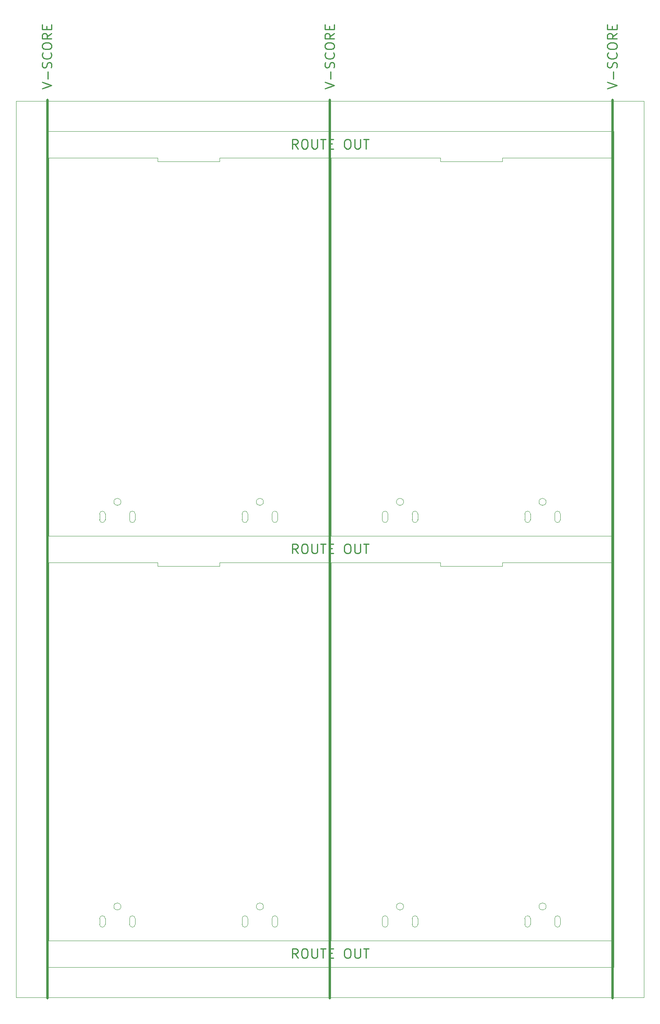
<source format=gko>
%TF.GenerationSoftware,KiCad,Pcbnew,8.0.5*%
%TF.CreationDate,2024-11-04T11:07:50-07:00*%
%TF.ProjectId,SparkFun_IoT_Node_LoRaWAN_panelized,53706172-6b46-4756-9e5f-496f545f4e6f,v10*%
%TF.SameCoordinates,Original*%
%TF.FileFunction,Soldermask,Bot*%
%TF.FilePolarity,Negative*%
%FSLAX46Y46*%
G04 Gerber Fmt 4.6, Leading zero omitted, Abs format (unit mm)*
G04 Created by KiCad (PCBNEW 8.0.5) date 2024-11-04 11:07:50*
%MOMM*%
%LPD*%
G01*
G04 APERTURE LIST*
%TA.AperFunction,Profile*%
%ADD10C,0.100000*%
%TD*%
%TA.AperFunction,Profile*%
%ADD11C,0.050000*%
%TD*%
%ADD12C,0.500000*%
%ADD13C,0.250000*%
G04 APERTURE END LIST*
D10*
X95850000Y136760000D02*
X95850000Y-51680000D01*
X-6500000Y39000000D02*
X6500000Y39000000D01*
X53000000Y39750000D02*
X53000000Y39000000D01*
X-29500000Y-39750000D02*
X-29500000Y39750000D01*
X29500000Y124830000D02*
X29500000Y45330000D01*
X-29500000Y124830000D02*
X-6500000Y124830000D01*
X6500000Y39000000D02*
X6500000Y39750000D01*
X89000000Y124830000D02*
X89000000Y45330000D01*
X95850000Y-51680000D02*
X-36350000Y-51680000D01*
X-6500000Y39750000D02*
X-6500000Y39000000D01*
X66000000Y124080000D02*
X66000000Y124830000D01*
X-30000000Y130410000D02*
X89500000Y130410000D01*
X53000000Y39000000D02*
X66000000Y39000000D01*
X29500000Y-39750000D02*
X-29500000Y-39750000D01*
X89000000Y45330000D02*
X30000000Y45330000D01*
X-6500000Y124080000D02*
X6500000Y124080000D01*
X29500000Y45330000D02*
X-29500000Y45330000D01*
X6500000Y124080000D02*
X6500000Y124830000D01*
X89500000Y130410000D02*
X89500000Y-45330000D01*
X29500000Y39750000D02*
X29500000Y-39750000D01*
X6500000Y39750000D02*
X29500000Y39750000D01*
X-29500000Y39750000D02*
X-6500000Y39750000D01*
X30000000Y39750000D02*
X53000000Y39750000D01*
X-36350000Y136760000D02*
X95850000Y136760000D01*
X-29500000Y45330000D02*
X-29500000Y124830000D01*
X-30000000Y-45330000D02*
X-30000000Y130410000D01*
X-36350000Y-51680000D02*
X-36350000Y136760000D01*
X30000000Y124830000D02*
X53000000Y124830000D01*
X66000000Y39000000D02*
X66000000Y39750000D01*
X89500000Y-45330000D02*
X-30000000Y-45330000D01*
X30000000Y-39750000D02*
X30000000Y39750000D01*
X89000000Y-39750000D02*
X30000000Y-39750000D01*
X89000000Y39750000D02*
X89000000Y-39750000D01*
X30000000Y45330000D02*
X30000000Y124830000D01*
X66000000Y39750000D02*
X89000000Y39750000D01*
X53000000Y124830000D02*
X53000000Y124080000D01*
X6500000Y124830000D02*
X29500000Y124830000D01*
X53000000Y124080000D02*
X66000000Y124080000D01*
X66000000Y124830000D02*
X89000000Y124830000D01*
X-6500000Y124830000D02*
X-6500000Y124080000D01*
D11*
%TO.C,REF\u002A\u002A*%
X40750000Y-36350000D02*
X40750000Y-35150000D01*
X41950000Y-35150000D02*
X41950000Y-36350000D01*
X47050000Y-36350000D02*
X47050000Y-35150000D01*
X48250000Y-35150000D02*
X48250000Y-36350000D01*
X40750000Y-35150000D02*
G75*
G02*
X41950000Y-35150000I600000J0D01*
G01*
X41950000Y-36350000D02*
G75*
G02*
X40750000Y-36350000I-600000J0D01*
G01*
X47050000Y-35150000D02*
G75*
G02*
X48250000Y-35150000I600000J0D01*
G01*
X48250000Y-36350000D02*
G75*
G02*
X47050000Y-36350000I-600000J0D01*
G01*
X45250000Y-32600000D02*
G75*
G02*
X43750000Y-32600000I-750000J0D01*
G01*
X43750000Y-32600000D02*
G75*
G02*
X45250000Y-32600000I750000J0D01*
G01*
X-18750000Y48730000D02*
X-18750000Y49930000D01*
X-17550000Y49930000D02*
X-17550000Y48730000D01*
X-12450000Y48730000D02*
X-12450000Y49930000D01*
X-11250000Y49930000D02*
X-11250000Y48730000D01*
X-18750000Y49930000D02*
G75*
G02*
X-17550000Y49930000I600000J0D01*
G01*
X-17550000Y48730000D02*
G75*
G02*
X-18750000Y48730000I-600000J0D01*
G01*
X-12450000Y49930000D02*
G75*
G02*
X-11250000Y49930000I600000J0D01*
G01*
X-11250000Y48730000D02*
G75*
G02*
X-12450000Y48730000I-600000J0D01*
G01*
X-14250000Y52480000D02*
G75*
G02*
X-15750000Y52480000I-750000J0D01*
G01*
X-15750000Y52480000D02*
G75*
G02*
X-14250000Y52480000I750000J0D01*
G01*
X40750000Y48730000D02*
X40750000Y49930000D01*
X41950000Y49930000D02*
X41950000Y48730000D01*
X47050000Y48730000D02*
X47050000Y49930000D01*
X48250000Y49930000D02*
X48250000Y48730000D01*
X40750000Y49930000D02*
G75*
G02*
X41950000Y49930000I600000J0D01*
G01*
X41950000Y48730000D02*
G75*
G02*
X40750000Y48730000I-600000J0D01*
G01*
X47050000Y49930000D02*
G75*
G02*
X48250000Y49930000I600000J0D01*
G01*
X48250000Y48730000D02*
G75*
G02*
X47050000Y48730000I-600000J0D01*
G01*
X45250000Y52480000D02*
G75*
G02*
X43750000Y52480000I-750000J0D01*
G01*
X43750000Y52480000D02*
G75*
G02*
X45250000Y52480000I750000J0D01*
G01*
X-18750000Y-36350000D02*
X-18750000Y-35150000D01*
X-17550000Y-35150000D02*
X-17550000Y-36350000D01*
X-12450000Y-36350000D02*
X-12450000Y-35150000D01*
X-11250000Y-35150000D02*
X-11250000Y-36350000D01*
X-18750000Y-35150000D02*
G75*
G02*
X-17550000Y-35150000I600000J0D01*
G01*
X-17550000Y-36350000D02*
G75*
G02*
X-18750000Y-36350000I-600000J0D01*
G01*
X-12450000Y-35150000D02*
G75*
G02*
X-11250000Y-35150000I600000J0D01*
G01*
X-11250000Y-36350000D02*
G75*
G02*
X-12450000Y-36350000I-600000J0D01*
G01*
X-14250000Y-32600000D02*
G75*
G02*
X-15750000Y-32600000I-750000J0D01*
G01*
X-15750000Y-32600000D02*
G75*
G02*
X-14250000Y-32600000I750000J0D01*
G01*
X70750000Y-36350000D02*
X70750000Y-35150000D01*
X71950000Y-35150000D02*
X71950000Y-36350000D01*
X77050000Y-36350000D02*
X77050000Y-35150000D01*
X78250000Y-35150000D02*
X78250000Y-36350000D01*
X70750000Y-35150000D02*
G75*
G02*
X71950000Y-35150000I600000J0D01*
G01*
X71950000Y-36350000D02*
G75*
G02*
X70750000Y-36350000I-600000J0D01*
G01*
X77050000Y-35150000D02*
G75*
G02*
X78250000Y-35150000I600000J0D01*
G01*
X78250000Y-36350000D02*
G75*
G02*
X77050000Y-36350000I-600000J0D01*
G01*
X75250000Y-32600000D02*
G75*
G02*
X73750000Y-32600000I-750000J0D01*
G01*
X73750000Y-32600000D02*
G75*
G02*
X75250000Y-32600000I750000J0D01*
G01*
X11250000Y48730000D02*
X11250000Y49930000D01*
X12450000Y49930000D02*
X12450000Y48730000D01*
X17550000Y48730000D02*
X17550000Y49930000D01*
X18750000Y49930000D02*
X18750000Y48730000D01*
X11250000Y49930000D02*
G75*
G02*
X12450000Y49930000I600000J0D01*
G01*
X12450000Y48730000D02*
G75*
G02*
X11250000Y48730000I-600000J0D01*
G01*
X17550000Y49930000D02*
G75*
G02*
X18750000Y49930000I600000J0D01*
G01*
X18750000Y48730000D02*
G75*
G02*
X17550000Y48730000I-600000J0D01*
G01*
X15750000Y52480000D02*
G75*
G02*
X14250000Y52480000I-750000J0D01*
G01*
X14250000Y52480000D02*
G75*
G02*
X15750000Y52480000I750000J0D01*
G01*
X70750000Y48730000D02*
X70750000Y49930000D01*
X71950000Y49930000D02*
X71950000Y48730000D01*
X77050000Y48730000D02*
X77050000Y49930000D01*
X78250000Y49930000D02*
X78250000Y48730000D01*
X70750000Y49930000D02*
G75*
G02*
X71950000Y49930000I600000J0D01*
G01*
X71950000Y48730000D02*
G75*
G02*
X70750000Y48730000I-600000J0D01*
G01*
X77050000Y49930000D02*
G75*
G02*
X78250000Y49930000I600000J0D01*
G01*
X78250000Y48730000D02*
G75*
G02*
X77050000Y48730000I-600000J0D01*
G01*
X75250000Y52480000D02*
G75*
G02*
X73750000Y52480000I-750000J0D01*
G01*
X73750000Y52480000D02*
G75*
G02*
X75250000Y52480000I750000J0D01*
G01*
X11250000Y-36350000D02*
X11250000Y-35150000D01*
X12450000Y-35150000D02*
X12450000Y-36350000D01*
X17550000Y-36350000D02*
X17550000Y-35150000D01*
X18750000Y-35150000D02*
X18750000Y-36350000D01*
X11250000Y-35150000D02*
G75*
G02*
X12450000Y-35150000I600000J0D01*
G01*
X12450000Y-36350000D02*
G75*
G02*
X11250000Y-36350000I-600000J0D01*
G01*
X17550000Y-35150000D02*
G75*
G02*
X18750000Y-35150000I600000J0D01*
G01*
X18750000Y-36350000D02*
G75*
G02*
X17550000Y-36350000I-600000J0D01*
G01*
X15750000Y-32600000D02*
G75*
G02*
X14250000Y-32600000I-750000J0D01*
G01*
X14250000Y-32600000D02*
G75*
G02*
X15750000Y-32600000I750000J0D01*
G01*
%TD*%
D12*
X29750000Y137010000D02*
X29750000Y-51930000D01*
X89250000Y137010000D02*
X89250000Y-51930000D01*
X-29750000Y137010000D02*
X-29750000Y-51930000D01*
D13*
X28662238Y139364949D02*
X30662238Y140031615D01*
X30662238Y140031615D02*
X28662238Y140698282D01*
X29900333Y141364949D02*
X29900333Y142888759D01*
X30567000Y143745901D02*
X30662238Y144031615D01*
X30662238Y144031615D02*
X30662238Y144507806D01*
X30662238Y144507806D02*
X30567000Y144698282D01*
X30567000Y144698282D02*
X30471761Y144793520D01*
X30471761Y144793520D02*
X30281285Y144888758D01*
X30281285Y144888758D02*
X30090809Y144888758D01*
X30090809Y144888758D02*
X29900333Y144793520D01*
X29900333Y144793520D02*
X29805095Y144698282D01*
X29805095Y144698282D02*
X29709857Y144507806D01*
X29709857Y144507806D02*
X29614619Y144126853D01*
X29614619Y144126853D02*
X29519380Y143936377D01*
X29519380Y143936377D02*
X29424142Y143841139D01*
X29424142Y143841139D02*
X29233666Y143745901D01*
X29233666Y143745901D02*
X29043190Y143745901D01*
X29043190Y143745901D02*
X28852714Y143841139D01*
X28852714Y143841139D02*
X28757476Y143936377D01*
X28757476Y143936377D02*
X28662238Y144126853D01*
X28662238Y144126853D02*
X28662238Y144603044D01*
X28662238Y144603044D02*
X28757476Y144888758D01*
X30471761Y146888758D02*
X30567000Y146793520D01*
X30567000Y146793520D02*
X30662238Y146507806D01*
X30662238Y146507806D02*
X30662238Y146317330D01*
X30662238Y146317330D02*
X30567000Y146031615D01*
X30567000Y146031615D02*
X30376523Y145841139D01*
X30376523Y145841139D02*
X30186047Y145745901D01*
X30186047Y145745901D02*
X29805095Y145650663D01*
X29805095Y145650663D02*
X29519380Y145650663D01*
X29519380Y145650663D02*
X29138428Y145745901D01*
X29138428Y145745901D02*
X28947952Y145841139D01*
X28947952Y145841139D02*
X28757476Y146031615D01*
X28757476Y146031615D02*
X28662238Y146317330D01*
X28662238Y146317330D02*
X28662238Y146507806D01*
X28662238Y146507806D02*
X28757476Y146793520D01*
X28757476Y146793520D02*
X28852714Y146888758D01*
X28662238Y148126853D02*
X28662238Y148507806D01*
X28662238Y148507806D02*
X28757476Y148698282D01*
X28757476Y148698282D02*
X28947952Y148888758D01*
X28947952Y148888758D02*
X29328904Y148983996D01*
X29328904Y148983996D02*
X29995571Y148983996D01*
X29995571Y148983996D02*
X30376523Y148888758D01*
X30376523Y148888758D02*
X30567000Y148698282D01*
X30567000Y148698282D02*
X30662238Y148507806D01*
X30662238Y148507806D02*
X30662238Y148126853D01*
X30662238Y148126853D02*
X30567000Y147936377D01*
X30567000Y147936377D02*
X30376523Y147745901D01*
X30376523Y147745901D02*
X29995571Y147650663D01*
X29995571Y147650663D02*
X29328904Y147650663D01*
X29328904Y147650663D02*
X28947952Y147745901D01*
X28947952Y147745901D02*
X28757476Y147936377D01*
X28757476Y147936377D02*
X28662238Y148126853D01*
X30662238Y150983996D02*
X29709857Y150317329D01*
X30662238Y149841139D02*
X28662238Y149841139D01*
X28662238Y149841139D02*
X28662238Y150603044D01*
X28662238Y150603044D02*
X28757476Y150793520D01*
X28757476Y150793520D02*
X28852714Y150888758D01*
X28852714Y150888758D02*
X29043190Y150983996D01*
X29043190Y150983996D02*
X29328904Y150983996D01*
X29328904Y150983996D02*
X29519380Y150888758D01*
X29519380Y150888758D02*
X29614619Y150793520D01*
X29614619Y150793520D02*
X29709857Y150603044D01*
X29709857Y150603044D02*
X29709857Y149841139D01*
X29614619Y151841139D02*
X29614619Y152507806D01*
X30662238Y152793520D02*
X30662238Y151841139D01*
X30662238Y151841139D02*
X28662238Y151841139D01*
X28662238Y151841139D02*
X28662238Y152793520D01*
X88162238Y139364949D02*
X90162238Y140031615D01*
X90162238Y140031615D02*
X88162238Y140698282D01*
X89400333Y141364949D02*
X89400333Y142888759D01*
X90067000Y143745901D02*
X90162238Y144031615D01*
X90162238Y144031615D02*
X90162238Y144507806D01*
X90162238Y144507806D02*
X90067000Y144698282D01*
X90067000Y144698282D02*
X89971761Y144793520D01*
X89971761Y144793520D02*
X89781285Y144888758D01*
X89781285Y144888758D02*
X89590809Y144888758D01*
X89590809Y144888758D02*
X89400333Y144793520D01*
X89400333Y144793520D02*
X89305095Y144698282D01*
X89305095Y144698282D02*
X89209857Y144507806D01*
X89209857Y144507806D02*
X89114619Y144126853D01*
X89114619Y144126853D02*
X89019380Y143936377D01*
X89019380Y143936377D02*
X88924142Y143841139D01*
X88924142Y143841139D02*
X88733666Y143745901D01*
X88733666Y143745901D02*
X88543190Y143745901D01*
X88543190Y143745901D02*
X88352714Y143841139D01*
X88352714Y143841139D02*
X88257476Y143936377D01*
X88257476Y143936377D02*
X88162238Y144126853D01*
X88162238Y144126853D02*
X88162238Y144603044D01*
X88162238Y144603044D02*
X88257476Y144888758D01*
X89971761Y146888758D02*
X90067000Y146793520D01*
X90067000Y146793520D02*
X90162238Y146507806D01*
X90162238Y146507806D02*
X90162238Y146317330D01*
X90162238Y146317330D02*
X90067000Y146031615D01*
X90067000Y146031615D02*
X89876523Y145841139D01*
X89876523Y145841139D02*
X89686047Y145745901D01*
X89686047Y145745901D02*
X89305095Y145650663D01*
X89305095Y145650663D02*
X89019380Y145650663D01*
X89019380Y145650663D02*
X88638428Y145745901D01*
X88638428Y145745901D02*
X88447952Y145841139D01*
X88447952Y145841139D02*
X88257476Y146031615D01*
X88257476Y146031615D02*
X88162238Y146317330D01*
X88162238Y146317330D02*
X88162238Y146507806D01*
X88162238Y146507806D02*
X88257476Y146793520D01*
X88257476Y146793520D02*
X88352714Y146888758D01*
X88162238Y148126853D02*
X88162238Y148507806D01*
X88162238Y148507806D02*
X88257476Y148698282D01*
X88257476Y148698282D02*
X88447952Y148888758D01*
X88447952Y148888758D02*
X88828904Y148983996D01*
X88828904Y148983996D02*
X89495571Y148983996D01*
X89495571Y148983996D02*
X89876523Y148888758D01*
X89876523Y148888758D02*
X90067000Y148698282D01*
X90067000Y148698282D02*
X90162238Y148507806D01*
X90162238Y148507806D02*
X90162238Y148126853D01*
X90162238Y148126853D02*
X90067000Y147936377D01*
X90067000Y147936377D02*
X89876523Y147745901D01*
X89876523Y147745901D02*
X89495571Y147650663D01*
X89495571Y147650663D02*
X88828904Y147650663D01*
X88828904Y147650663D02*
X88447952Y147745901D01*
X88447952Y147745901D02*
X88257476Y147936377D01*
X88257476Y147936377D02*
X88162238Y148126853D01*
X90162238Y150983996D02*
X89209857Y150317329D01*
X90162238Y149841139D02*
X88162238Y149841139D01*
X88162238Y149841139D02*
X88162238Y150603044D01*
X88162238Y150603044D02*
X88257476Y150793520D01*
X88257476Y150793520D02*
X88352714Y150888758D01*
X88352714Y150888758D02*
X88543190Y150983996D01*
X88543190Y150983996D02*
X88828904Y150983996D01*
X88828904Y150983996D02*
X89019380Y150888758D01*
X89019380Y150888758D02*
X89114619Y150793520D01*
X89114619Y150793520D02*
X89209857Y150603044D01*
X89209857Y150603044D02*
X89209857Y149841139D01*
X89114619Y151841139D02*
X89114619Y152507806D01*
X90162238Y152793520D02*
X90162238Y151841139D01*
X90162238Y151841139D02*
X88162238Y151841139D01*
X88162238Y151841139D02*
X88162238Y152793520D01*
X22988094Y-43452238D02*
X22321427Y-42499857D01*
X21845237Y-43452238D02*
X21845237Y-41452238D01*
X21845237Y-41452238D02*
X22607142Y-41452238D01*
X22607142Y-41452238D02*
X22797618Y-41547476D01*
X22797618Y-41547476D02*
X22892856Y-41642714D01*
X22892856Y-41642714D02*
X22988094Y-41833190D01*
X22988094Y-41833190D02*
X22988094Y-42118904D01*
X22988094Y-42118904D02*
X22892856Y-42309380D01*
X22892856Y-42309380D02*
X22797618Y-42404619D01*
X22797618Y-42404619D02*
X22607142Y-42499857D01*
X22607142Y-42499857D02*
X21845237Y-42499857D01*
X24226189Y-41452238D02*
X24607142Y-41452238D01*
X24607142Y-41452238D02*
X24797618Y-41547476D01*
X24797618Y-41547476D02*
X24988094Y-41737952D01*
X24988094Y-41737952D02*
X25083332Y-42118904D01*
X25083332Y-42118904D02*
X25083332Y-42785571D01*
X25083332Y-42785571D02*
X24988094Y-43166523D01*
X24988094Y-43166523D02*
X24797618Y-43357000D01*
X24797618Y-43357000D02*
X24607142Y-43452238D01*
X24607142Y-43452238D02*
X24226189Y-43452238D01*
X24226189Y-43452238D02*
X24035713Y-43357000D01*
X24035713Y-43357000D02*
X23845237Y-43166523D01*
X23845237Y-43166523D02*
X23749999Y-42785571D01*
X23749999Y-42785571D02*
X23749999Y-42118904D01*
X23749999Y-42118904D02*
X23845237Y-41737952D01*
X23845237Y-41737952D02*
X24035713Y-41547476D01*
X24035713Y-41547476D02*
X24226189Y-41452238D01*
X25940475Y-41452238D02*
X25940475Y-43071285D01*
X25940475Y-43071285D02*
X26035713Y-43261761D01*
X26035713Y-43261761D02*
X26130951Y-43357000D01*
X26130951Y-43357000D02*
X26321427Y-43452238D01*
X26321427Y-43452238D02*
X26702380Y-43452238D01*
X26702380Y-43452238D02*
X26892856Y-43357000D01*
X26892856Y-43357000D02*
X26988094Y-43261761D01*
X26988094Y-43261761D02*
X27083332Y-43071285D01*
X27083332Y-43071285D02*
X27083332Y-41452238D01*
X27749999Y-41452238D02*
X28892856Y-41452238D01*
X28321427Y-43452238D02*
X28321427Y-41452238D01*
X29559523Y-42404619D02*
X30226190Y-42404619D01*
X30511904Y-43452238D02*
X29559523Y-43452238D01*
X29559523Y-43452238D02*
X29559523Y-41452238D01*
X29559523Y-41452238D02*
X30511904Y-41452238D01*
X33273809Y-41452238D02*
X33654762Y-41452238D01*
X33654762Y-41452238D02*
X33845238Y-41547476D01*
X33845238Y-41547476D02*
X34035714Y-41737952D01*
X34035714Y-41737952D02*
X34130952Y-42118904D01*
X34130952Y-42118904D02*
X34130952Y-42785571D01*
X34130952Y-42785571D02*
X34035714Y-43166523D01*
X34035714Y-43166523D02*
X33845238Y-43357000D01*
X33845238Y-43357000D02*
X33654762Y-43452238D01*
X33654762Y-43452238D02*
X33273809Y-43452238D01*
X33273809Y-43452238D02*
X33083333Y-43357000D01*
X33083333Y-43357000D02*
X32892857Y-43166523D01*
X32892857Y-43166523D02*
X32797619Y-42785571D01*
X32797619Y-42785571D02*
X32797619Y-42118904D01*
X32797619Y-42118904D02*
X32892857Y-41737952D01*
X32892857Y-41737952D02*
X33083333Y-41547476D01*
X33083333Y-41547476D02*
X33273809Y-41452238D01*
X34988095Y-41452238D02*
X34988095Y-43071285D01*
X34988095Y-43071285D02*
X35083333Y-43261761D01*
X35083333Y-43261761D02*
X35178571Y-43357000D01*
X35178571Y-43357000D02*
X35369047Y-43452238D01*
X35369047Y-43452238D02*
X35750000Y-43452238D01*
X35750000Y-43452238D02*
X35940476Y-43357000D01*
X35940476Y-43357000D02*
X36035714Y-43261761D01*
X36035714Y-43261761D02*
X36130952Y-43071285D01*
X36130952Y-43071285D02*
X36130952Y-41452238D01*
X36797619Y-41452238D02*
X37940476Y-41452238D01*
X37369047Y-43452238D02*
X37369047Y-41452238D01*
X-30837762Y139364949D02*
X-28837762Y140031615D01*
X-28837762Y140031615D02*
X-30837762Y140698282D01*
X-29599667Y141364949D02*
X-29599667Y142888759D01*
X-28933000Y143745901D02*
X-28837762Y144031615D01*
X-28837762Y144031615D02*
X-28837762Y144507806D01*
X-28837762Y144507806D02*
X-28933000Y144698282D01*
X-28933000Y144698282D02*
X-29028239Y144793520D01*
X-29028239Y144793520D02*
X-29218715Y144888758D01*
X-29218715Y144888758D02*
X-29409191Y144888758D01*
X-29409191Y144888758D02*
X-29599667Y144793520D01*
X-29599667Y144793520D02*
X-29694905Y144698282D01*
X-29694905Y144698282D02*
X-29790143Y144507806D01*
X-29790143Y144507806D02*
X-29885381Y144126853D01*
X-29885381Y144126853D02*
X-29980620Y143936377D01*
X-29980620Y143936377D02*
X-30075858Y143841139D01*
X-30075858Y143841139D02*
X-30266334Y143745901D01*
X-30266334Y143745901D02*
X-30456810Y143745901D01*
X-30456810Y143745901D02*
X-30647286Y143841139D01*
X-30647286Y143841139D02*
X-30742524Y143936377D01*
X-30742524Y143936377D02*
X-30837762Y144126853D01*
X-30837762Y144126853D02*
X-30837762Y144603044D01*
X-30837762Y144603044D02*
X-30742524Y144888758D01*
X-29028239Y146888758D02*
X-28933000Y146793520D01*
X-28933000Y146793520D02*
X-28837762Y146507806D01*
X-28837762Y146507806D02*
X-28837762Y146317330D01*
X-28837762Y146317330D02*
X-28933000Y146031615D01*
X-28933000Y146031615D02*
X-29123477Y145841139D01*
X-29123477Y145841139D02*
X-29313953Y145745901D01*
X-29313953Y145745901D02*
X-29694905Y145650663D01*
X-29694905Y145650663D02*
X-29980620Y145650663D01*
X-29980620Y145650663D02*
X-30361572Y145745901D01*
X-30361572Y145745901D02*
X-30552048Y145841139D01*
X-30552048Y145841139D02*
X-30742524Y146031615D01*
X-30742524Y146031615D02*
X-30837762Y146317330D01*
X-30837762Y146317330D02*
X-30837762Y146507806D01*
X-30837762Y146507806D02*
X-30742524Y146793520D01*
X-30742524Y146793520D02*
X-30647286Y146888758D01*
X-30837762Y148126853D02*
X-30837762Y148507806D01*
X-30837762Y148507806D02*
X-30742524Y148698282D01*
X-30742524Y148698282D02*
X-30552048Y148888758D01*
X-30552048Y148888758D02*
X-30171096Y148983996D01*
X-30171096Y148983996D02*
X-29504429Y148983996D01*
X-29504429Y148983996D02*
X-29123477Y148888758D01*
X-29123477Y148888758D02*
X-28933000Y148698282D01*
X-28933000Y148698282D02*
X-28837762Y148507806D01*
X-28837762Y148507806D02*
X-28837762Y148126853D01*
X-28837762Y148126853D02*
X-28933000Y147936377D01*
X-28933000Y147936377D02*
X-29123477Y147745901D01*
X-29123477Y147745901D02*
X-29504429Y147650663D01*
X-29504429Y147650663D02*
X-30171096Y147650663D01*
X-30171096Y147650663D02*
X-30552048Y147745901D01*
X-30552048Y147745901D02*
X-30742524Y147936377D01*
X-30742524Y147936377D02*
X-30837762Y148126853D01*
X-28837762Y150983996D02*
X-29790143Y150317329D01*
X-28837762Y149841139D02*
X-30837762Y149841139D01*
X-30837762Y149841139D02*
X-30837762Y150603044D01*
X-30837762Y150603044D02*
X-30742524Y150793520D01*
X-30742524Y150793520D02*
X-30647286Y150888758D01*
X-30647286Y150888758D02*
X-30456810Y150983996D01*
X-30456810Y150983996D02*
X-30171096Y150983996D01*
X-30171096Y150983996D02*
X-29980620Y150888758D01*
X-29980620Y150888758D02*
X-29885381Y150793520D01*
X-29885381Y150793520D02*
X-29790143Y150603044D01*
X-29790143Y150603044D02*
X-29790143Y149841139D01*
X-29885381Y151841139D02*
X-29885381Y152507806D01*
X-28837762Y152793520D02*
X-28837762Y151841139D01*
X-28837762Y151841139D02*
X-30837762Y151841139D01*
X-30837762Y151841139D02*
X-30837762Y152793520D01*
X22988094Y126707761D02*
X22321427Y127660142D01*
X21845237Y126707761D02*
X21845237Y128707761D01*
X21845237Y128707761D02*
X22607142Y128707761D01*
X22607142Y128707761D02*
X22797618Y128612523D01*
X22797618Y128612523D02*
X22892856Y128517285D01*
X22892856Y128517285D02*
X22988094Y128326809D01*
X22988094Y128326809D02*
X22988094Y128041095D01*
X22988094Y128041095D02*
X22892856Y127850619D01*
X22892856Y127850619D02*
X22797618Y127755380D01*
X22797618Y127755380D02*
X22607142Y127660142D01*
X22607142Y127660142D02*
X21845237Y127660142D01*
X24226189Y128707761D02*
X24607142Y128707761D01*
X24607142Y128707761D02*
X24797618Y128612523D01*
X24797618Y128612523D02*
X24988094Y128422047D01*
X24988094Y128422047D02*
X25083332Y128041095D01*
X25083332Y128041095D02*
X25083332Y127374428D01*
X25083332Y127374428D02*
X24988094Y126993476D01*
X24988094Y126993476D02*
X24797618Y126803000D01*
X24797618Y126803000D02*
X24607142Y126707761D01*
X24607142Y126707761D02*
X24226189Y126707761D01*
X24226189Y126707761D02*
X24035713Y126803000D01*
X24035713Y126803000D02*
X23845237Y126993476D01*
X23845237Y126993476D02*
X23749999Y127374428D01*
X23749999Y127374428D02*
X23749999Y128041095D01*
X23749999Y128041095D02*
X23845237Y128422047D01*
X23845237Y128422047D02*
X24035713Y128612523D01*
X24035713Y128612523D02*
X24226189Y128707761D01*
X25940475Y128707761D02*
X25940475Y127088714D01*
X25940475Y127088714D02*
X26035713Y126898238D01*
X26035713Y126898238D02*
X26130951Y126803000D01*
X26130951Y126803000D02*
X26321427Y126707761D01*
X26321427Y126707761D02*
X26702380Y126707761D01*
X26702380Y126707761D02*
X26892856Y126803000D01*
X26892856Y126803000D02*
X26988094Y126898238D01*
X26988094Y126898238D02*
X27083332Y127088714D01*
X27083332Y127088714D02*
X27083332Y128707761D01*
X27749999Y128707761D02*
X28892856Y128707761D01*
X28321427Y126707761D02*
X28321427Y128707761D01*
X29559523Y127755380D02*
X30226190Y127755380D01*
X30511904Y126707761D02*
X29559523Y126707761D01*
X29559523Y126707761D02*
X29559523Y128707761D01*
X29559523Y128707761D02*
X30511904Y128707761D01*
X33273809Y128707761D02*
X33654762Y128707761D01*
X33654762Y128707761D02*
X33845238Y128612523D01*
X33845238Y128612523D02*
X34035714Y128422047D01*
X34035714Y128422047D02*
X34130952Y128041095D01*
X34130952Y128041095D02*
X34130952Y127374428D01*
X34130952Y127374428D02*
X34035714Y126993476D01*
X34035714Y126993476D02*
X33845238Y126803000D01*
X33845238Y126803000D02*
X33654762Y126707761D01*
X33654762Y126707761D02*
X33273809Y126707761D01*
X33273809Y126707761D02*
X33083333Y126803000D01*
X33083333Y126803000D02*
X32892857Y126993476D01*
X32892857Y126993476D02*
X32797619Y127374428D01*
X32797619Y127374428D02*
X32797619Y128041095D01*
X32797619Y128041095D02*
X32892857Y128422047D01*
X32892857Y128422047D02*
X33083333Y128612523D01*
X33083333Y128612523D02*
X33273809Y128707761D01*
X34988095Y128707761D02*
X34988095Y127088714D01*
X34988095Y127088714D02*
X35083333Y126898238D01*
X35083333Y126898238D02*
X35178571Y126803000D01*
X35178571Y126803000D02*
X35369047Y126707761D01*
X35369047Y126707761D02*
X35750000Y126707761D01*
X35750000Y126707761D02*
X35940476Y126803000D01*
X35940476Y126803000D02*
X36035714Y126898238D01*
X36035714Y126898238D02*
X36130952Y127088714D01*
X36130952Y127088714D02*
X36130952Y128707761D01*
X36797619Y128707761D02*
X37940476Y128707761D01*
X37369047Y126707761D02*
X37369047Y128707761D01*
X22988094Y41627762D02*
X22321427Y42580143D01*
X21845237Y41627762D02*
X21845237Y43627762D01*
X21845237Y43627762D02*
X22607142Y43627762D01*
X22607142Y43627762D02*
X22797618Y43532524D01*
X22797618Y43532524D02*
X22892856Y43437286D01*
X22892856Y43437286D02*
X22988094Y43246810D01*
X22988094Y43246810D02*
X22988094Y42961096D01*
X22988094Y42961096D02*
X22892856Y42770620D01*
X22892856Y42770620D02*
X22797618Y42675381D01*
X22797618Y42675381D02*
X22607142Y42580143D01*
X22607142Y42580143D02*
X21845237Y42580143D01*
X24226189Y43627762D02*
X24607142Y43627762D01*
X24607142Y43627762D02*
X24797618Y43532524D01*
X24797618Y43532524D02*
X24988094Y43342048D01*
X24988094Y43342048D02*
X25083332Y42961096D01*
X25083332Y42961096D02*
X25083332Y42294429D01*
X25083332Y42294429D02*
X24988094Y41913477D01*
X24988094Y41913477D02*
X24797618Y41723000D01*
X24797618Y41723000D02*
X24607142Y41627762D01*
X24607142Y41627762D02*
X24226189Y41627762D01*
X24226189Y41627762D02*
X24035713Y41723000D01*
X24035713Y41723000D02*
X23845237Y41913477D01*
X23845237Y41913477D02*
X23749999Y42294429D01*
X23749999Y42294429D02*
X23749999Y42961096D01*
X23749999Y42961096D02*
X23845237Y43342048D01*
X23845237Y43342048D02*
X24035713Y43532524D01*
X24035713Y43532524D02*
X24226189Y43627762D01*
X25940475Y43627762D02*
X25940475Y42008715D01*
X25940475Y42008715D02*
X26035713Y41818239D01*
X26035713Y41818239D02*
X26130951Y41723000D01*
X26130951Y41723000D02*
X26321427Y41627762D01*
X26321427Y41627762D02*
X26702380Y41627762D01*
X26702380Y41627762D02*
X26892856Y41723000D01*
X26892856Y41723000D02*
X26988094Y41818239D01*
X26988094Y41818239D02*
X27083332Y42008715D01*
X27083332Y42008715D02*
X27083332Y43627762D01*
X27749999Y43627762D02*
X28892856Y43627762D01*
X28321427Y41627762D02*
X28321427Y43627762D01*
X29559523Y42675381D02*
X30226190Y42675381D01*
X30511904Y41627762D02*
X29559523Y41627762D01*
X29559523Y41627762D02*
X29559523Y43627762D01*
X29559523Y43627762D02*
X30511904Y43627762D01*
X33273809Y43627762D02*
X33654762Y43627762D01*
X33654762Y43627762D02*
X33845238Y43532524D01*
X33845238Y43532524D02*
X34035714Y43342048D01*
X34035714Y43342048D02*
X34130952Y42961096D01*
X34130952Y42961096D02*
X34130952Y42294429D01*
X34130952Y42294429D02*
X34035714Y41913477D01*
X34035714Y41913477D02*
X33845238Y41723000D01*
X33845238Y41723000D02*
X33654762Y41627762D01*
X33654762Y41627762D02*
X33273809Y41627762D01*
X33273809Y41627762D02*
X33083333Y41723000D01*
X33083333Y41723000D02*
X32892857Y41913477D01*
X32892857Y41913477D02*
X32797619Y42294429D01*
X32797619Y42294429D02*
X32797619Y42961096D01*
X32797619Y42961096D02*
X32892857Y43342048D01*
X32892857Y43342048D02*
X33083333Y43532524D01*
X33083333Y43532524D02*
X33273809Y43627762D01*
X34988095Y43627762D02*
X34988095Y42008715D01*
X34988095Y42008715D02*
X35083333Y41818239D01*
X35083333Y41818239D02*
X35178571Y41723000D01*
X35178571Y41723000D02*
X35369047Y41627762D01*
X35369047Y41627762D02*
X35750000Y41627762D01*
X35750000Y41627762D02*
X35940476Y41723000D01*
X35940476Y41723000D02*
X36035714Y41818239D01*
X36035714Y41818239D02*
X36130952Y42008715D01*
X36130952Y42008715D02*
X36130952Y43627762D01*
X36797619Y43627762D02*
X37940476Y43627762D01*
X37369047Y41627762D02*
X37369047Y43627762D01*
M02*

</source>
